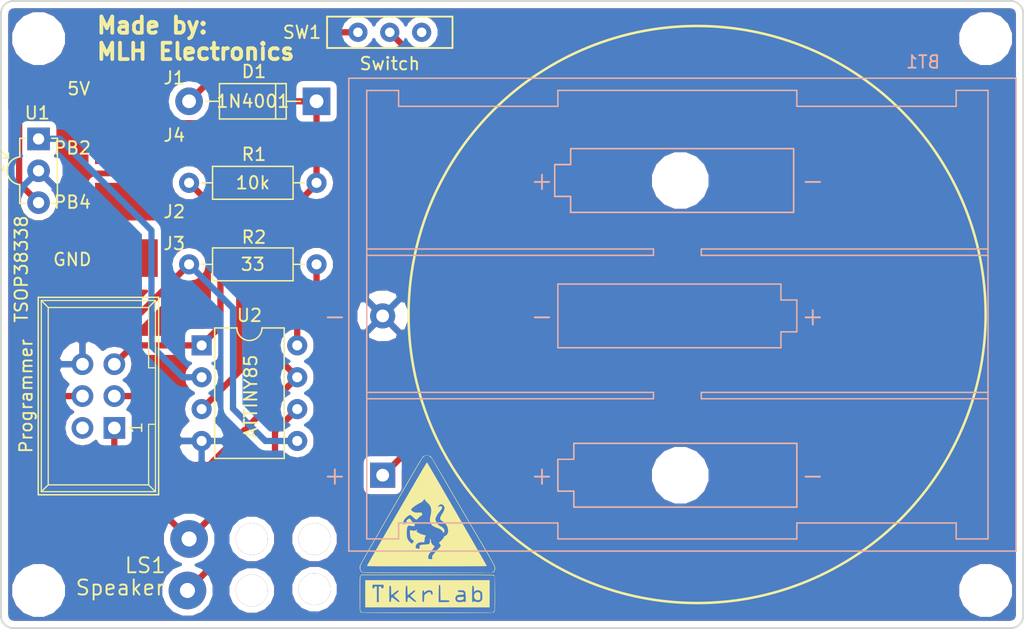
<source format=kicad_pcb>
(kicad_pcb (version 4) (host pcbnew 4.0.7-e1-6374~58~ubuntu16.04.1)
  (layers (0 F.Cu signal hide) (31 B.Cu signal hide) (34 B.Paste user hide) (35 F.Paste user hide) (36 B.SilkS user) (37 F.SilkS user) (38 B.Mask user hide) (39 F.Mask user hide) (44 Edge.Cuts user))
  (net 0 "")
  (net 1 "Net-(BT1-Pad1)")
  (net 2 GND)
  (net 3 /MISO)
  (net 4 /SCK)
  (net 5 /MOSI)
  (net 6 /~RST~)
  (net 7 "Net-(D1-Pad1)")
  (net 8 "Net-(J2-Pad1)")
  (net 9 "Net-(LS1-Pad2)")
  (net 10 "Net-(D1-Pad2)")
  (net 11 "Net-(U1-Pad1)")
  (module Battery_Holders:Keystone_2479_3xAAA (layer B.Cu) (at 163.9316 103.8098)
    (fp_text reference BT1 (at 43.0784 -32.9438) (layer B.SilkS) (effects (justify mirror)))
    (fp_text value Battery)
    (fp_text user + (at 12.7 0) (layer B.SilkS) (effects (font (size 1.5 1.5)) (justify mirror)))
    (fp_text user + (at 34.29 -12.7) (layer B.SilkS) (effects (font (size 1.5 1.5)) (justify mirror)))
    (fp_text user + (at 12.7 -23.495) (layer B.SilkS) (effects (font (size 1.5 1.5)) (justify mirror)))
    (fp_text user - (at 12.7 -12.7) (layer B.SilkS) (effects (font (size 1.5 1.5)) (justify mirror)))
    (fp_text user - (at 34.29 -23.495) (layer B.SilkS) (effects (font (size 1.5 1.5)) (justify mirror)))
    (fp_text user - (at 34.29 0) (layer B.SilkS) (effects (font (size 1.5 1.5)) (justify mirror)))
    (fp_text user - (at -3.81 -12.7) (layer B.SilkS) (effects (font (size 1.5 1.5)) (justify mirror)))
    (fp_text user + (at -3.81 0) (layer B.SilkS) (effects (font (size 1.5 1.5)) (justify mirror)))
    (pad 1 thru_hole rect (at 0 0) (size 2 2) (drill 1.02) (layers *.Cu *.Mask) (net 1 "Net-(BT1-Pad1)"))
    (pad 2 thru_hole circle (at 0 -12.7) (size 2 2) (drill 1.02) (layers *.Cu *.Mask) (net 2 GND))
    (pad "" np_thru_hole circle (at 23.7236 -23.495) (size 3.5 3.5) (drill 3.5) (layers *.Cu *.Mask))
    (pad "" np_thru_hole circle (at 23.7236 0) (size 3.5 3.5) (drill 3.5) (layers *.Cu *.Mask))
  )
  (module Connectors:IDC_Header_Straight_6pins (layer F.Cu) (at 142.54 100.04 90)
    (fp_text reference CON1 hide)
    (fp_text value Programmer (at 2.54 -7.04 90) (layer F.SilkS))
    (fp_text user 1 (at 0.02 1.72 90) (layer F.SilkS) (effects (font (thickness 0.12))))
    (pad 1 thru_hole rect (at 0 0 90) (size 1.7272 1.7272) (drill 1.016) (layers *.Cu *.Mask) (net 3 /MISO))
    (pad 2 thru_hole oval (at 0 -2.54 90) (size 1.7272 1.7272) (drill 1.016) (layers *.Cu *.Mask))
    (pad 3 thru_hole oval (at 2.54 0 90) (size 1.7272 1.7272) (drill 1.016) (layers *.Cu *.Mask) (net 4 /SCK))
    (pad 4 thru_hole oval (at 2.54 -2.54 90) (size 1.7272 1.7272) (drill 1.016) (layers *.Cu *.Mask) (net 5 /MOSI))
    (pad 5 thru_hole oval (at 5.08 0 90) (size 1.7272 1.7272) (drill 1.016) (layers *.Cu *.Mask) (net 6 /~RST~))
    (pad 6 thru_hole oval (at 5.08 -2.54 90) (size 1.7272 1.7272) (drill 1.016) (layers *.Cu *.Mask) (net 2 GND))
  )
  (module MLH-Terminals:2p_wire_terminal (layer F.Cu) (at 153.5 110.5 180)
    (fp_text reference LS1 (at 8.5 -0.5 360) (layer F.SilkS) (effects (font (size 1.2 1.2))))
    (fp_text value Speaker (at 10.498 -2.276 180) (layer F.SilkS) (effects (font (size 1.2 1.2))))
    (pad 1 thru_hole circle (at 5 1.6068 180) (size 3 3) (drill 1.2) (layers *.Cu *.Mask) (net 3 /MISO))
    (pad 2 thru_hole circle (at 5.1308 -2.5 180) (size 3 3) (drill 1.2) (layers *.Cu *.Mask) (net 9 "Net-(LS1-Pad2)"))
    (pad "" thru_hole circle (at 0 -2.5 180) (size 2.54 2.54) (drill 2.54) (layers *.Cu *.Mask))
    (pad "" thru_hole circle (at -5 -2.3932 180) (size 2.54 2.54) (drill 2.54) (layers *.Cu *.Mask))
    (pad "" thru_hole circle (at 0 1.6068 180) (size 2.54 2.54) (drill 2.54) (layers *.Cu *.Mask))
    (pad "" thru_hole circle (at -5 1.6068 180) (size 2.54 2.54) (drill 2.54) (layers *.Cu *.Mask))
  )
  (module Wire_Pads:SolderWirePad_single_SMD_5x10mm (layer F.Cu) (at 143.5 73 90)
    (fp_text reference J1 (at 0.864 3.82 180) (layer F.SilkS))
    (fp_text value 5V (at 0 -3.8 180) (layer F.SilkS))
    (pad 1 smd rect (at 0 0 90) (size 3 5) (layers F.Cu F.Paste F.Mask) (net 7 "Net-(D1-Pad1)"))
  )
  (module Wire_Pads:SolderWirePad_single_SMD_5x10mm (layer F.Cu) (at 143.5 82 90)
    (fp_text reference J2 (at -0.804 3.82 180) (layer F.SilkS))
    (fp_text value PB4 (at -0.042 -4.308 180) (layer F.SilkS))
    (pad 1 smd rect (at 0 0 90) (size 3 5) (layers F.Cu F.Paste F.Mask) (net 8 "Net-(J2-Pad1)"))
  )
  (module Wire_Pads:SolderWirePad_single_SMD_5x10mm (layer F.Cu) (at 143.5 86.5 90)
    (fp_text reference J3 (at 1.156 3.82 180) (layer F.SilkS))
    (fp_text value GND (at -0.114 -4.308 180) (layer F.SilkS))
    (pad 1 smd rect (at 0 0 90) (size 3 5) (layers F.Cu F.Paste F.Mask) (net 2 GND))
  )
  (module Wire_Pads:SolderWirePad_single_SMD_5x10mm (layer F.Cu) (at 143.5 77.5 90)
    (fp_text reference J4 (at 0.792 3.82 180) (layer F.SilkS))
    (fp_text value PB2 (at -0.224 -4.308 180) (layer F.SilkS))
    (pad 1 smd rect (at 0 0 90) (size 3 5) (layers F.Cu F.Paste F.Mask) (net 4 /SCK))
  )
  (module Mounting_Holes:MountingHole_3.2mm_M3_ISO7380 (layer F.Cu) (at 136.5 69)
    (fp_text reference MK1 hide)
    (fp_text value Mounting_Hole hide)
    (pad 1 np_thru_hole circle (at 0 0) (size 3.2 3.2) (drill 3.2) (layers *.Cu *.Mask))
  )
  (module Mounting_Holes:MountingHole_3.2mm_M3_ISO7380 (layer F.Cu) (at 212 69)
    (fp_text reference MK2 hide)
    (fp_text value Mounting_Hole hide)
    (pad 1 np_thru_hole circle (at 0 0) (size 3.2 3.2) (drill 3.2) (layers *.Cu *.Mask))
  )
  (module Mounting_Holes:MountingHole_3.2mm_M3_ISO7380 (layer F.Cu) (at 136.5 113)
    (fp_text reference MK3 hide)
    (fp_text value Mounting_Hole hide)
    (pad 1 np_thru_hole circle (at 0 0) (size 3.2 3.2) (drill 3.2) (layers *.Cu *.Mask))
  )
  (module Mounting_Holes:MountingHole_3.2mm_M3_ISO7380 (layer F.Cu) (at 212 113)
    (fp_text reference MK4 hide)
    (fp_text value Mounting_Hole hide)
    (pad 1 np_thru_hole circle (at 0 0) (size 3.2 3.2) (drill 3.2) (layers *.Cu *.Mask))
  )
  (module Opto-Devices:IRReceiver_Vishay_MINICAST-3pin (layer F.Cu) (at 136.5 77 270)
    (fp_text reference U1 (at -2.07 0.102 540) (layer F.SilkS))
    (fp_text value TSOP38338 (at 10.376 1.372 270) (layer F.SilkS))
    (pad 1 thru_hole rect (at 0 0 270) (size 1.8 1.8) (drill 0.9) (layers *.Cu *.Mask) (net 11 "Net-(U1-Pad1)"))
    (pad 2 thru_hole circle (at 2.54 0 270) (size 1.8 1.8) (drill 0.9) (layers *.Cu *.Mask) (net 2 GND))
    (pad 3 thru_hole circle (at 5.08 0 270) (size 1.8 1.8) (drill 0.9) (layers *.Cu *.Mask) (net 7 "Net-(D1-Pad1)"))
  )
  (module Housings_DIP:DIP-8_W7.62mm (layer F.Cu) (at 149.5 93.46)
    (fp_text reference U2 (at 3.81 -2.39) (layer F.SilkS))
    (fp_text value ATTINY85 (at 3.916 4.076 90) (layer F.SilkS))
    (pad 1 thru_hole rect (at 0 0) (size 1.6 1.6) (drill 0.8) (layers *.Cu *.Mask) (net 6 /~RST~))
    (pad 5 thru_hole oval (at 7.62 7.62) (size 1.6 1.6) (drill 0.8) (layers *.Cu *.Mask) (net 5 /MOSI))
    (pad 2 thru_hole oval (at 0 2.54) (size 1.6 1.6) (drill 0.8) (layers *.Cu *.Mask) (net 11 "Net-(U1-Pad1)"))
    (pad 6 thru_hole oval (at 7.62 5.08) (size 1.6 1.6) (drill 0.8) (layers *.Cu *.Mask) (net 3 /MISO))
    (pad 3 thru_hole oval (at 0 5.08) (size 1.6 1.6) (drill 0.8) (layers *.Cu *.Mask) (net 8 "Net-(J2-Pad1)"))
    (pad 7 thru_hole oval (at 7.62 2.54) (size 1.6 1.6) (drill 0.8) (layers *.Cu *.Mask) (net 4 /SCK))
    (pad 4 thru_hole oval (at 0 7.62) (size 1.6 1.6) (drill 0.8) (layers *.Cu *.Mask) (net 2 GND))
    (pad 8 thru_hole oval (at 7.62 0) (size 1.6 1.6) (drill 0.8) (layers *.Cu *.Mask) (net 7 "Net-(D1-Pad1)"))
  )
  (module Diodes_THT:D_DO-41_SOD81_P10.16mm_Horizontal (layer F.Cu) (at 158.66 74 180)
    (fp_text reference D1 (at 4.99 2.372 180) (layer F.SilkS))
    (fp_text value 1N4001 (at 5.08 0 180) (layer F.SilkS))
    (pad 1 thru_hole rect (at 0 0 180) (size 2.2 2.2) (drill 1.1) (layers *.Cu *.Mask) (net 7 "Net-(D1-Pad1)"))
    (pad 2 thru_hole oval (at 10.16 0 180) (size 2.2 2.2) (drill 1.1) (layers *.Cu *.Mask) (net 10 "Net-(D1-Pad2)"))
  )
  (module Resistors_THT:R_Axial_DIN0207_L6.3mm_D2.5mm_P10.16mm_Horizontal (layer F.Cu) (at 148.5 80.5)
    (fp_text reference R1 (at 5.17 -2.268) (layer F.SilkS))
    (fp_text value 10k (at 5.08 0) (layer F.SilkS))
    (pad 1 thru_hole circle (at 0 0) (size 1.6 1.6) (drill 0.8) (layers *.Cu *.Mask) (net 6 /~RST~))
    (pad 2 thru_hole oval (at 10.16 0) (size 1.6 1.6) (drill 0.8) (layers *.Cu *.Mask) (net 7 "Net-(D1-Pad1)"))
  )
  (module Resistors_THT:R_Axial_DIN0207_L6.3mm_D2.5mm_P10.16mm_Horizontal (layer F.Cu) (at 158.66 87 180)
    (fp_text reference R2 (at 4.99 2.164 180) (layer F.SilkS))
    (fp_text value 33 (at 5.08 0 180) (layer F.SilkS))
    (pad 1 thru_hole circle (at 0 0 180) (size 1.6 1.6) (drill 0.8) (layers *.Cu *.Mask) (net 9 "Net-(LS1-Pad2)"))
    (pad 2 thru_hole oval (at 10.16 0 180) (size 1.6 1.6) (drill 0.8) (layers *.Cu *.Mask) (net 5 /MOSI))
  )
  (module MLH-Switches:EOZ-1K2-SPDT-CO (layer F.Cu) (at 164.5 68.5 180)
    (fp_text reference SW1 (at 7 0 180) (layer F.SilkS))
    (fp_text value Switch (at 0 -2.5 180) (layer F.SilkS))
    (pad 1 thru_hole circle (at -2.54 0 180) (size 1.524 1.524) (drill 0.762) (layers *.Cu *.Mask))
    (pad 2 thru_hole circle (at 0 0 180) (size 1.524 1.524) (drill 0.762) (layers *.Cu *.Mask) (net 1 "Net-(BT1-Pad1)"))
    (pad 3 thru_hole circle (at 2.54 0 180) (size 1.524 1.524) (drill 0.762) (layers *.Cu *.Mask) (net 10 "Net-(D1-Pad2)"))
  )
  (module MLH-Various:TkkrLab-logo-10.8x12.6cm (layer F.Cu) (at 167.5 108.5)
    (fp_text reference G*** hide)
    (fp_text value LOGO hide)
  )
  (gr_text "Made by:\nMLH Electronics" (at 141 69) (layer F.SilkS) (effects (font (size 1.3 1.3) (thickness 0.3)) (justify left)))
  (gr_line (start 133.5 115) (end 133.5 67) (layer Edge.Cuts) (width 0.15))
  (gr_line (start 214 116) (end 134.5 116) (layer Edge.Cuts) (width 0.15))
  (gr_line (start 215 67) (end 215 115) (layer Edge.Cuts) (width 0.15))
  (gr_line (start 134.5 66) (end 214 66) (layer Edge.Cuts) (width 0.15))
  (gr_arc (start 214 115) (end 215 115) (angle 90) (layer Edge.Cuts) (width 0.15))
  (gr_arc (start 214 67) (end 214 66) (angle 90) (layer Edge.Cuts) (width 0.15))
  (gr_arc (start 134.5 67) (end 133.5 67) (angle 90) (layer Edge.Cuts) (width 0.15))
  (gr_arc (start 134.5 115) (end 134.5 116) (angle 90) (layer Edge.Cuts) (width 0.15))
  (gr_circle (center 189 90.998642) (end 189.25 67.998642) (layer F.SilkS) (width 0.2))
  (segment (start 163.9316 103.8098) (end 163.973616 103.8098) (width 0.5) (layer F.Cu) (net 1))
  (segment (start 163.973616 103.8098) (end 168 99.783416) (width 0.5) (layer F.Cu) (net 1))
  (segment (start 168 99.783416) (end 168 72) (width 0.5) (layer F.Cu) (net 1))
  (segment (start 168 72) (end 164.5 68.5) (width 0.5) (layer F.Cu) (net 1))
  (segment (start 143.5 86.5) (end 142.5 86.5) (width 0.5) (layer F.Cu) (net 2))
  (segment (start 148.5 108.8932) (end 148.500139 108.8932) (width 0.5) (layer F.Cu) (net 3))
  (segment (start 148.500139 108.8932) (end 155.348969 102.04437) (width 0.5) (layer F.Cu) (net 3))
  (segment (start 155.348969 102.04437) (end 155.348969 100.311031) (width 0.5) (layer F.Cu) (net 3))
  (segment (start 155.348969 100.311031) (end 157.12 98.54) (width 0.5) (layer F.Cu) (net 3))
  (segment (start 157.12 98.54) (end 157.106943 98.526943) (width 0.5) (layer F.Cu) (net 3))
  (segment (start 142.54 100.04) (end 142.54 102.9332) (width 0.5) (layer F.Cu) (net 3))
  (segment (start 142.54 102.9332) (end 148.5 108.8932) (width 0.5) (layer F.Cu) (net 3))
  (segment (start 150.12 103) (end 157.12 96) (width 0.5) (layer F.Cu) (net 4))
  (segment (start 147.833396 103) (end 150.12 103) (width 0.5) (layer F.Cu) (net 4))
  (segment (start 146.520164 101.686768) (end 147.833396 103) (width 0.5) (layer F.Cu) (net 4))
  (segment (start 146.520164 99.833409) (end 146.520164 101.686768) (width 0.5) (layer F.Cu) (net 4))
  (segment (start 144.186755 97.5) (end 146.520164 99.833409) (width 0.5) (layer F.Cu) (net 4))
  (segment (start 142.54 97.5) (end 144.186755 97.5) (width 0.5) (layer F.Cu) (net 4))
  (segment (start 143.5 77.5) (end 149 77.5) (width 0.5) (layer F.Cu) (net 4))
  (segment (start 149 77.5) (end 154.5 83) (width 0.5) (layer F.Cu) (net 4))
  (segment (start 154.5 93.38) (end 157.12 96) (width 0.5) (layer F.Cu) (net 4))
  (segment (start 154.5 83) (end 154.5 93.38) (width 0.5) (layer F.Cu) (net 4))
  (segment (start 143.766682 91.733318) (end 148.5 87) (width 0.5) (layer F.Cu) (net 5))
  (segment (start 138.766682 91.733318) (end 143.766682 91.733318) (width 0.5) (layer F.Cu) (net 5))
  (segment (start 137 93.5) (end 138.766682 91.733318) (width 0.5) (layer F.Cu) (net 5))
  (segment (start 137 96.5) (end 137 93.5) (width 0.5) (layer F.Cu) (net 5))
  (segment (start 138 97.5) (end 137 96.5) (width 0.5) (layer F.Cu) (net 5))
  (segment (start 140 97.5) (end 138 97.5) (width 0.5) (layer F.Cu) (net 5))
  (segment (start 152 98.5) (end 152 90.5) (width 0.5) (layer B.Cu) (net 5))
  (segment (start 152 90.5) (end 148.5 87) (width 0.5) (layer B.Cu) (net 5))
  (segment (start 154.58 101.08) (end 152 98.5) (width 0.5) (layer B.Cu) (net 5))
  (segment (start 157.12 101.08) (end 154.58 101.08) (width 0.5) (layer B.Cu) (net 5))
  (segment (start 149.5 93.46) (end 149.5 93.438781) (width 0.5) (layer F.Cu) (net 6))
  (segment (start 149.5 93.438781) (end 151 91.938781) (width 0.5) (layer F.Cu) (net 6))
  (segment (start 151 91.938781) (end 151 83) (width 0.5) (layer F.Cu) (net 6))
  (segment (start 151 83) (end 148.5 80.5) (width 0.5) (layer F.Cu) (net 6))
  (segment (start 142.54 94.96) (end 144.04 93.46) (width 0.5) (layer F.Cu) (net 6))
  (segment (start 144.04 93.46) (end 149.5 93.46) (width 0.5) (layer F.Cu) (net 6))
  (segment (start 134.949999 75.050001) (end 137 73) (width 0.5) (layer F.Cu) (net 7))
  (segment (start 137 73) (end 143.5 73) (width 0.5) (layer F.Cu) (net 7))
  (segment (start 136.5 82.08) (end 134.949999 80.529999) (width 0.5) (layer F.Cu) (net 7))
  (segment (start 134.949999 80.529999) (end 134.949999 75.050001) (width 0.5) (layer F.Cu) (net 7))
  (segment (start 158.66 80.5) (end 158.66 80.59421) (width 0.5) (layer F.Cu) (net 7))
  (segment (start 157.12 82.13421) (end 157.12 93.46) (width 0.5) (layer F.Cu) (net 7))
  (segment (start 158.66 80.59421) (end 157.12 82.13421) (width 0.5) (layer F.Cu) (net 7))
  (segment (start 158.66 74) (end 154.548786 74) (width 0.5) (layer F.Cu) (net 7))
  (segment (start 154.548786 74) (end 152.798785 75.750001) (width 0.5) (layer F.Cu) (net 7))
  (segment (start 147.169981 75.750001) (end 143.91998 72.5) (width 0.5) (layer F.Cu) (net 7))
  (segment (start 152.798785 75.750001) (end 147.169981 75.750001) (width 0.5) (layer F.Cu) (net 7))
  (segment (start 143.91998 72.5) (end 143.5 72.5) (width 0.5) (layer F.Cu) (net 7))
  (segment (start 158.66 74) (end 158.66 80.5) (width 0.5) (layer F.Cu) (net 7))
  (segment (start 143.5 82) (end 144.5 82) (width 0.5) (layer F.Cu) (net 8))
  (segment (start 144.5 82) (end 147.706908 78.793092) (width 0.5) (layer F.Cu) (net 8))
  (segment (start 147.706908 78.793092) (end 148.939094 78.793092) (width 0.5) (layer F.Cu) (net 8))
  (segment (start 148.939094 78.793092) (end 152.5 82.353998) (width 0.5) (layer F.Cu) (net 8))
  (segment (start 152.5 82.353998) (end 152.5 95.54) (width 0.5) (layer F.Cu) (net 8))
  (segment (start 152.5 95.54) (end 149.5 98.54) (width 0.5) (layer F.Cu) (net 8))
  (segment (start 158.66 87) (end 158.66 102.088727) (width 0.5) (layer F.Cu) (net 9))
  (segment (start 151.199458 110.169742) (end 149.869199 111.500001) (width 0.5) (layer F.Cu) (net 9))
  (segment (start 158.66 102.088727) (end 157.575713 103.173014) (width 0.5) (layer F.Cu) (net 9))
  (segment (start 157.575713 103.173014) (end 155.826986 103.173014) (width 0.5) (layer F.Cu) (net 9))
  (segment (start 155.826986 103.173014) (end 151.199458 107.800542) (width 0.5) (layer F.Cu) (net 9))
  (segment (start 151.199458 107.800542) (end 151.199458 110.169742) (width 0.5) (layer F.Cu) (net 9))
  (segment (start 149.869199 111.500001) (end 148.3692 113) (width 0.5) (layer F.Cu) (net 9))
  (segment (start 161.96 68.5) (end 154 68.5) (width 0.5) (layer F.Cu) (net 10))
  (segment (start 154 68.5) (end 148.5 74) (width 0.5) (layer F.Cu) (net 10))
  (segment (start 149.5 96) (end 148 96) (width 0.5) (layer B.Cu) (net 11))
  (segment (start 145.5 93.5) (end 145.5 84.293241) (width 0.5) (layer B.Cu) (net 11))
  (segment (start 148 96) (end 145.5 93.5) (width 0.5) (layer B.Cu) (net 11))
  (segment (start 145.5 84.293241) (end 138.198273 76.991514) (width 0.5) (layer B.Cu) (net 11))
  (segment (start 138.198273 76.991514) (end 136.48382 76.991514) (width 0.5) (layer B.Cu) (net 11))
  (zone (net 2) (net_name GND) (layer B.Cu) (connect_pads (clearance 0.508)) (min_thickness 0.254) (fill yes (mode segment) (arc_segments 16) (thermal_gap 1.016) (thermal_bridge_width 0.508) (smoothing fillet))
    (polygon (pts (xy 133.5 116) (xy 215 116) (xy 215 66) (xy 133.5 66)))
  )
  (zone (net 2) (net_name GND) (layer F.Cu) (connect_pads (clearance 0.508)) (min_thickness 0.254) (fill yes (mode segment) (arc_segments 16) (thermal_gap 1.016) (thermal_bridge_width 0.508) (smoothing fillet))
    (polygon (pts (xy 133.5 116) (xy 215 116) (xy 215 66) (xy 133.5 66)))
  )
)
</source>
